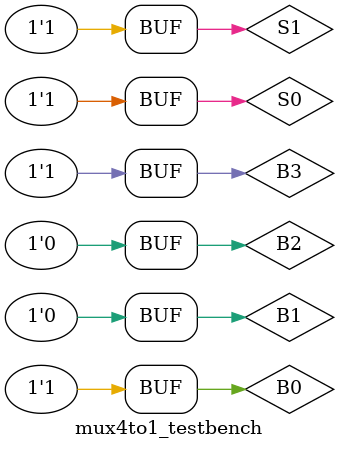
<source format=v>
`define DELAY 20
module mux4to1_testbench(); 
reg S0, S1, B0, B1, B2, B3;
wire O;

mux4to1 m41tb (O, S0, S1, B0, B1, B2, B3);

initial begin

B3= 1'b1; B2 = 1'b0; B1 = 1'b1; B0 = 1'b0;

S1 = 1'b0; S0 = 1'b0;
#`DELAY;
S1 = 1'b1; S0 = 1'b0;
#`DELAY;
S1 = 1'b0; S0 = 1'b1;
#`DELAY;
S1 = 1'b1; S0 = 1'b1;
#`DELAY;

B3= 1'b1; B2 = 1'b0; B1 = 1'b0; B0 = 1'b1;

S1 = 1'b0; S0 = 1'b0;
#`DELAY;
S1 = 1'b1; S0 = 1'b0;
#`DELAY;
S1 = 1'b0; S0 = 1'b1;
#`DELAY;
S1 = 1'b1; S0 = 1'b1;
#`DELAY;
end

initial
begin
$monitor("time = %2d, S1 = %1b, S0 = %1b, B3 = %1b, B2 = %1b,  B1 = %1b, B0 = %1b, O = %1b", $time, S1,S0, B3, B2, B1, B0, O);
end

endmodule
</source>
